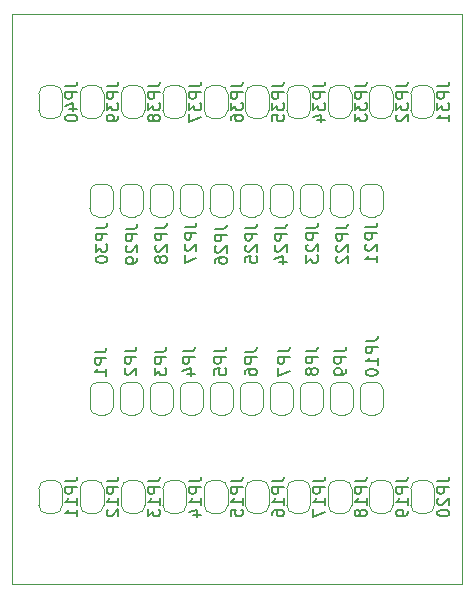
<source format=gbr>
G04 #@! TF.GenerationSoftware,KiCad,Pcbnew,6.0.11-2627ca5db0~126~ubuntu20.04.1*
G04 #@! TF.CreationDate,2023-03-16T14:55:18-05:00*
G04 #@! TF.ProjectId,C12,4331322e-6b69-4636-9164-5f7063625858,rev?*
G04 #@! TF.SameCoordinates,Original*
G04 #@! TF.FileFunction,Legend,Bot*
G04 #@! TF.FilePolarity,Positive*
%FSLAX46Y46*%
G04 Gerber Fmt 4.6, Leading zero omitted, Abs format (unit mm)*
G04 Created by KiCad (PCBNEW 6.0.11-2627ca5db0~126~ubuntu20.04.1) date 2023-03-16 14:55:18*
%MOMM*%
%LPD*%
G01*
G04 APERTURE LIST*
G04 #@! TA.AperFunction,Profile*
%ADD10C,0.050000*%
G04 #@! TD*
%ADD11C,0.150000*%
%ADD12C,0.120000*%
G04 APERTURE END LIST*
D10*
X58100000Y-20000000D02*
X58100000Y-68260000D01*
X20000000Y-68260000D02*
X58100000Y-68260000D01*
X20000000Y-20000000D02*
X58100000Y-20000000D01*
X20000000Y-20000000D02*
X20000000Y-68260000D01*
D11*
X24552380Y-26100476D02*
X25266666Y-26100476D01*
X25409523Y-26052857D01*
X25504761Y-25957619D01*
X25552380Y-25814761D01*
X25552380Y-25719523D01*
X25552380Y-26576666D02*
X24552380Y-26576666D01*
X24552380Y-26957619D01*
X24600000Y-27052857D01*
X24647619Y-27100476D01*
X24742857Y-27148095D01*
X24885714Y-27148095D01*
X24980952Y-27100476D01*
X25028571Y-27052857D01*
X25076190Y-26957619D01*
X25076190Y-26576666D01*
X24885714Y-28005238D02*
X25552380Y-28005238D01*
X24504761Y-27767142D02*
X25219047Y-27529047D01*
X25219047Y-28148095D01*
X24552380Y-28719523D02*
X24552380Y-28814761D01*
X24600000Y-28910000D01*
X24647619Y-28957619D01*
X24742857Y-29005238D01*
X24933333Y-29052857D01*
X25171428Y-29052857D01*
X25361904Y-29005238D01*
X25457142Y-28957619D01*
X25504761Y-28910000D01*
X25552380Y-28814761D01*
X25552380Y-28719523D01*
X25504761Y-28624285D01*
X25457142Y-28576666D01*
X25361904Y-28529047D01*
X25171428Y-28481428D01*
X24933333Y-28481428D01*
X24742857Y-28529047D01*
X24647619Y-28576666D01*
X24600000Y-28624285D01*
X24552380Y-28719523D01*
X28052380Y-26100476D02*
X28766666Y-26100476D01*
X28909523Y-26052857D01*
X29004761Y-25957619D01*
X29052380Y-25814761D01*
X29052380Y-25719523D01*
X29052380Y-26576666D02*
X28052380Y-26576666D01*
X28052380Y-26957619D01*
X28100000Y-27052857D01*
X28147619Y-27100476D01*
X28242857Y-27148095D01*
X28385714Y-27148095D01*
X28480952Y-27100476D01*
X28528571Y-27052857D01*
X28576190Y-26957619D01*
X28576190Y-26576666D01*
X28052380Y-27481428D02*
X28052380Y-28100476D01*
X28433333Y-27767142D01*
X28433333Y-27910000D01*
X28480952Y-28005238D01*
X28528571Y-28052857D01*
X28623809Y-28100476D01*
X28861904Y-28100476D01*
X28957142Y-28052857D01*
X29004761Y-28005238D01*
X29052380Y-27910000D01*
X29052380Y-27624285D01*
X29004761Y-27529047D01*
X28957142Y-27481428D01*
X29052380Y-28576666D02*
X29052380Y-28767142D01*
X29004761Y-28862380D01*
X28957142Y-28910000D01*
X28814285Y-29005238D01*
X28623809Y-29052857D01*
X28242857Y-29052857D01*
X28147619Y-29005238D01*
X28100000Y-28957619D01*
X28052380Y-28862380D01*
X28052380Y-28671904D01*
X28100000Y-28576666D01*
X28147619Y-28529047D01*
X28242857Y-28481428D01*
X28480952Y-28481428D01*
X28576190Y-28529047D01*
X28623809Y-28576666D01*
X28671428Y-28671904D01*
X28671428Y-28862380D01*
X28623809Y-28957619D01*
X28576190Y-29005238D01*
X28480952Y-29052857D01*
X31552380Y-26100476D02*
X32266666Y-26100476D01*
X32409523Y-26052857D01*
X32504761Y-25957619D01*
X32552380Y-25814761D01*
X32552380Y-25719523D01*
X32552380Y-26576666D02*
X31552380Y-26576666D01*
X31552380Y-26957619D01*
X31600000Y-27052857D01*
X31647619Y-27100476D01*
X31742857Y-27148095D01*
X31885714Y-27148095D01*
X31980952Y-27100476D01*
X32028571Y-27052857D01*
X32076190Y-26957619D01*
X32076190Y-26576666D01*
X31552380Y-27481428D02*
X31552380Y-28100476D01*
X31933333Y-27767142D01*
X31933333Y-27910000D01*
X31980952Y-28005238D01*
X32028571Y-28052857D01*
X32123809Y-28100476D01*
X32361904Y-28100476D01*
X32457142Y-28052857D01*
X32504761Y-28005238D01*
X32552380Y-27910000D01*
X32552380Y-27624285D01*
X32504761Y-27529047D01*
X32457142Y-27481428D01*
X31980952Y-28671904D02*
X31933333Y-28576666D01*
X31885714Y-28529047D01*
X31790476Y-28481428D01*
X31742857Y-28481428D01*
X31647619Y-28529047D01*
X31600000Y-28576666D01*
X31552380Y-28671904D01*
X31552380Y-28862380D01*
X31600000Y-28957619D01*
X31647619Y-29005238D01*
X31742857Y-29052857D01*
X31790476Y-29052857D01*
X31885714Y-29005238D01*
X31933333Y-28957619D01*
X31980952Y-28862380D01*
X31980952Y-28671904D01*
X32028571Y-28576666D01*
X32076190Y-28529047D01*
X32171428Y-28481428D01*
X32361904Y-28481428D01*
X32457142Y-28529047D01*
X32504761Y-28576666D01*
X32552380Y-28671904D01*
X32552380Y-28862380D01*
X32504761Y-28957619D01*
X32457142Y-29005238D01*
X32361904Y-29052857D01*
X32171428Y-29052857D01*
X32076190Y-29005238D01*
X32028571Y-28957619D01*
X31980952Y-28862380D01*
X35052380Y-26100476D02*
X35766666Y-26100476D01*
X35909523Y-26052857D01*
X36004761Y-25957619D01*
X36052380Y-25814761D01*
X36052380Y-25719523D01*
X36052380Y-26576666D02*
X35052380Y-26576666D01*
X35052380Y-26957619D01*
X35100000Y-27052857D01*
X35147619Y-27100476D01*
X35242857Y-27148095D01*
X35385714Y-27148095D01*
X35480952Y-27100476D01*
X35528571Y-27052857D01*
X35576190Y-26957619D01*
X35576190Y-26576666D01*
X35052380Y-27481428D02*
X35052380Y-28100476D01*
X35433333Y-27767142D01*
X35433333Y-27910000D01*
X35480952Y-28005238D01*
X35528571Y-28052857D01*
X35623809Y-28100476D01*
X35861904Y-28100476D01*
X35957142Y-28052857D01*
X36004761Y-28005238D01*
X36052380Y-27910000D01*
X36052380Y-27624285D01*
X36004761Y-27529047D01*
X35957142Y-27481428D01*
X35052380Y-28433809D02*
X35052380Y-29100476D01*
X36052380Y-28671904D01*
X38552380Y-26100476D02*
X39266666Y-26100476D01*
X39409523Y-26052857D01*
X39504761Y-25957619D01*
X39552380Y-25814761D01*
X39552380Y-25719523D01*
X39552380Y-26576666D02*
X38552380Y-26576666D01*
X38552380Y-26957619D01*
X38600000Y-27052857D01*
X38647619Y-27100476D01*
X38742857Y-27148095D01*
X38885714Y-27148095D01*
X38980952Y-27100476D01*
X39028571Y-27052857D01*
X39076190Y-26957619D01*
X39076190Y-26576666D01*
X38552380Y-27481428D02*
X38552380Y-28100476D01*
X38933333Y-27767142D01*
X38933333Y-27910000D01*
X38980952Y-28005238D01*
X39028571Y-28052857D01*
X39123809Y-28100476D01*
X39361904Y-28100476D01*
X39457142Y-28052857D01*
X39504761Y-28005238D01*
X39552380Y-27910000D01*
X39552380Y-27624285D01*
X39504761Y-27529047D01*
X39457142Y-27481428D01*
X38552380Y-28957619D02*
X38552380Y-28767142D01*
X38600000Y-28671904D01*
X38647619Y-28624285D01*
X38790476Y-28529047D01*
X38980952Y-28481428D01*
X39361904Y-28481428D01*
X39457142Y-28529047D01*
X39504761Y-28576666D01*
X39552380Y-28671904D01*
X39552380Y-28862380D01*
X39504761Y-28957619D01*
X39457142Y-29005238D01*
X39361904Y-29052857D01*
X39123809Y-29052857D01*
X39028571Y-29005238D01*
X38980952Y-28957619D01*
X38933333Y-28862380D01*
X38933333Y-28671904D01*
X38980952Y-28576666D01*
X39028571Y-28529047D01*
X39123809Y-28481428D01*
X42052380Y-26100476D02*
X42766666Y-26100476D01*
X42909523Y-26052857D01*
X43004761Y-25957619D01*
X43052380Y-25814761D01*
X43052380Y-25719523D01*
X43052380Y-26576666D02*
X42052380Y-26576666D01*
X42052380Y-26957619D01*
X42100000Y-27052857D01*
X42147619Y-27100476D01*
X42242857Y-27148095D01*
X42385714Y-27148095D01*
X42480952Y-27100476D01*
X42528571Y-27052857D01*
X42576190Y-26957619D01*
X42576190Y-26576666D01*
X42052380Y-27481428D02*
X42052380Y-28100476D01*
X42433333Y-27767142D01*
X42433333Y-27910000D01*
X42480952Y-28005238D01*
X42528571Y-28052857D01*
X42623809Y-28100476D01*
X42861904Y-28100476D01*
X42957142Y-28052857D01*
X43004761Y-28005238D01*
X43052380Y-27910000D01*
X43052380Y-27624285D01*
X43004761Y-27529047D01*
X42957142Y-27481428D01*
X42052380Y-29005238D02*
X42052380Y-28529047D01*
X42528571Y-28481428D01*
X42480952Y-28529047D01*
X42433333Y-28624285D01*
X42433333Y-28862380D01*
X42480952Y-28957619D01*
X42528571Y-29005238D01*
X42623809Y-29052857D01*
X42861904Y-29052857D01*
X42957142Y-29005238D01*
X43004761Y-28957619D01*
X43052380Y-28862380D01*
X43052380Y-28624285D01*
X43004761Y-28529047D01*
X42957142Y-28481428D01*
X45552380Y-26100476D02*
X46266666Y-26100476D01*
X46409523Y-26052857D01*
X46504761Y-25957619D01*
X46552380Y-25814761D01*
X46552380Y-25719523D01*
X46552380Y-26576666D02*
X45552380Y-26576666D01*
X45552380Y-26957619D01*
X45600000Y-27052857D01*
X45647619Y-27100476D01*
X45742857Y-27148095D01*
X45885714Y-27148095D01*
X45980952Y-27100476D01*
X46028571Y-27052857D01*
X46076190Y-26957619D01*
X46076190Y-26576666D01*
X45552380Y-27481428D02*
X45552380Y-28100476D01*
X45933333Y-27767142D01*
X45933333Y-27910000D01*
X45980952Y-28005238D01*
X46028571Y-28052857D01*
X46123809Y-28100476D01*
X46361904Y-28100476D01*
X46457142Y-28052857D01*
X46504761Y-28005238D01*
X46552380Y-27910000D01*
X46552380Y-27624285D01*
X46504761Y-27529047D01*
X46457142Y-27481428D01*
X45885714Y-28957619D02*
X46552380Y-28957619D01*
X45504761Y-28719523D02*
X46219047Y-28481428D01*
X46219047Y-29100476D01*
X49052380Y-26100476D02*
X49766666Y-26100476D01*
X49909523Y-26052857D01*
X50004761Y-25957619D01*
X50052380Y-25814761D01*
X50052380Y-25719523D01*
X50052380Y-26576666D02*
X49052380Y-26576666D01*
X49052380Y-26957619D01*
X49100000Y-27052857D01*
X49147619Y-27100476D01*
X49242857Y-27148095D01*
X49385714Y-27148095D01*
X49480952Y-27100476D01*
X49528571Y-27052857D01*
X49576190Y-26957619D01*
X49576190Y-26576666D01*
X49052380Y-27481428D02*
X49052380Y-28100476D01*
X49433333Y-27767142D01*
X49433333Y-27910000D01*
X49480952Y-28005238D01*
X49528571Y-28052857D01*
X49623809Y-28100476D01*
X49861904Y-28100476D01*
X49957142Y-28052857D01*
X50004761Y-28005238D01*
X50052380Y-27910000D01*
X50052380Y-27624285D01*
X50004761Y-27529047D01*
X49957142Y-27481428D01*
X49052380Y-28433809D02*
X49052380Y-29052857D01*
X49433333Y-28719523D01*
X49433333Y-28862380D01*
X49480952Y-28957619D01*
X49528571Y-29005238D01*
X49623809Y-29052857D01*
X49861904Y-29052857D01*
X49957142Y-29005238D01*
X50004761Y-28957619D01*
X50052380Y-28862380D01*
X50052380Y-28576666D01*
X50004761Y-28481428D01*
X49957142Y-28433809D01*
X52552380Y-26100476D02*
X53266666Y-26100476D01*
X53409523Y-26052857D01*
X53504761Y-25957619D01*
X53552380Y-25814761D01*
X53552380Y-25719523D01*
X53552380Y-26576666D02*
X52552380Y-26576666D01*
X52552380Y-26957619D01*
X52600000Y-27052857D01*
X52647619Y-27100476D01*
X52742857Y-27148095D01*
X52885714Y-27148095D01*
X52980952Y-27100476D01*
X53028571Y-27052857D01*
X53076190Y-26957619D01*
X53076190Y-26576666D01*
X52552380Y-27481428D02*
X52552380Y-28100476D01*
X52933333Y-27767142D01*
X52933333Y-27910000D01*
X52980952Y-28005238D01*
X53028571Y-28052857D01*
X53123809Y-28100476D01*
X53361904Y-28100476D01*
X53457142Y-28052857D01*
X53504761Y-28005238D01*
X53552380Y-27910000D01*
X53552380Y-27624285D01*
X53504761Y-27529047D01*
X53457142Y-27481428D01*
X52647619Y-28481428D02*
X52600000Y-28529047D01*
X52552380Y-28624285D01*
X52552380Y-28862380D01*
X52600000Y-28957619D01*
X52647619Y-29005238D01*
X52742857Y-29052857D01*
X52838095Y-29052857D01*
X52980952Y-29005238D01*
X53552380Y-28433809D01*
X53552380Y-29052857D01*
X56052380Y-26100476D02*
X56766666Y-26100476D01*
X56909523Y-26052857D01*
X57004761Y-25957619D01*
X57052380Y-25814761D01*
X57052380Y-25719523D01*
X57052380Y-26576666D02*
X56052380Y-26576666D01*
X56052380Y-26957619D01*
X56100000Y-27052857D01*
X56147619Y-27100476D01*
X56242857Y-27148095D01*
X56385714Y-27148095D01*
X56480952Y-27100476D01*
X56528571Y-27052857D01*
X56576190Y-26957619D01*
X56576190Y-26576666D01*
X56052380Y-27481428D02*
X56052380Y-28100476D01*
X56433333Y-27767142D01*
X56433333Y-27910000D01*
X56480952Y-28005238D01*
X56528571Y-28052857D01*
X56623809Y-28100476D01*
X56861904Y-28100476D01*
X56957142Y-28052857D01*
X57004761Y-28005238D01*
X57052380Y-27910000D01*
X57052380Y-27624285D01*
X57004761Y-27529047D01*
X56957142Y-27481428D01*
X57052380Y-29052857D02*
X57052380Y-28481428D01*
X57052380Y-28767142D02*
X56052380Y-28767142D01*
X56195238Y-28671904D01*
X56290476Y-28576666D01*
X56338095Y-28481428D01*
X27118060Y-38080836D02*
X27832346Y-38080836D01*
X27975203Y-38033217D01*
X28070441Y-37937979D01*
X28118060Y-37795121D01*
X28118060Y-37699883D01*
X28118060Y-38557026D02*
X27118060Y-38557026D01*
X27118060Y-38937979D01*
X27165680Y-39033217D01*
X27213299Y-39080836D01*
X27308537Y-39128455D01*
X27451394Y-39128455D01*
X27546632Y-39080836D01*
X27594251Y-39033217D01*
X27641870Y-38937979D01*
X27641870Y-38557026D01*
X27118060Y-39461788D02*
X27118060Y-40080836D01*
X27499013Y-39747502D01*
X27499013Y-39890360D01*
X27546632Y-39985598D01*
X27594251Y-40033217D01*
X27689489Y-40080836D01*
X27927584Y-40080836D01*
X28022822Y-40033217D01*
X28070441Y-39985598D01*
X28118060Y-39890360D01*
X28118060Y-39604645D01*
X28070441Y-39509407D01*
X28022822Y-39461788D01*
X27118060Y-40699883D02*
X27118060Y-40795121D01*
X27165680Y-40890360D01*
X27213299Y-40937979D01*
X27308537Y-40985598D01*
X27499013Y-41033217D01*
X27737108Y-41033217D01*
X27927584Y-40985598D01*
X28022822Y-40937979D01*
X28070441Y-40890360D01*
X28118060Y-40795121D01*
X28118060Y-40699883D01*
X28070441Y-40604645D01*
X28022822Y-40557026D01*
X27927584Y-40509407D01*
X27737108Y-40461788D01*
X27499013Y-40461788D01*
X27308537Y-40509407D01*
X27213299Y-40557026D01*
X27165680Y-40604645D01*
X27118060Y-40699883D01*
X29658060Y-38151956D02*
X30372346Y-38151956D01*
X30515203Y-38104337D01*
X30610441Y-38009099D01*
X30658060Y-37866241D01*
X30658060Y-37771003D01*
X30658060Y-38628146D02*
X29658060Y-38628146D01*
X29658060Y-39009099D01*
X29705680Y-39104337D01*
X29753299Y-39151956D01*
X29848537Y-39199575D01*
X29991394Y-39199575D01*
X30086632Y-39151956D01*
X30134251Y-39104337D01*
X30181870Y-39009099D01*
X30181870Y-38628146D01*
X29753299Y-39580527D02*
X29705680Y-39628146D01*
X29658060Y-39723384D01*
X29658060Y-39961480D01*
X29705680Y-40056718D01*
X29753299Y-40104337D01*
X29848537Y-40151956D01*
X29943775Y-40151956D01*
X30086632Y-40104337D01*
X30658060Y-39532908D01*
X30658060Y-40151956D01*
X30658060Y-40628146D02*
X30658060Y-40818622D01*
X30610441Y-40913860D01*
X30562822Y-40961480D01*
X30419965Y-41056718D01*
X30229489Y-41104337D01*
X29848537Y-41104337D01*
X29753299Y-41056718D01*
X29705680Y-41009099D01*
X29658060Y-40913860D01*
X29658060Y-40723384D01*
X29705680Y-40628146D01*
X29753299Y-40580527D01*
X29848537Y-40532908D01*
X30086632Y-40532908D01*
X30181870Y-40580527D01*
X30229489Y-40628146D01*
X30277108Y-40723384D01*
X30277108Y-40913860D01*
X30229489Y-41009099D01*
X30181870Y-41056718D01*
X30086632Y-41104337D01*
X32157420Y-38080836D02*
X32871706Y-38080836D01*
X33014563Y-38033217D01*
X33109801Y-37937979D01*
X33157420Y-37795121D01*
X33157420Y-37699883D01*
X33157420Y-38557026D02*
X32157420Y-38557026D01*
X32157420Y-38937979D01*
X32205040Y-39033217D01*
X32252659Y-39080836D01*
X32347897Y-39128455D01*
X32490754Y-39128455D01*
X32585992Y-39080836D01*
X32633611Y-39033217D01*
X32681230Y-38937979D01*
X32681230Y-38557026D01*
X32252659Y-39509407D02*
X32205040Y-39557026D01*
X32157420Y-39652264D01*
X32157420Y-39890360D01*
X32205040Y-39985598D01*
X32252659Y-40033217D01*
X32347897Y-40080836D01*
X32443135Y-40080836D01*
X32585992Y-40033217D01*
X33157420Y-39461788D01*
X33157420Y-40080836D01*
X32585992Y-40652264D02*
X32538373Y-40557026D01*
X32490754Y-40509407D01*
X32395516Y-40461788D01*
X32347897Y-40461788D01*
X32252659Y-40509407D01*
X32205040Y-40557026D01*
X32157420Y-40652264D01*
X32157420Y-40842740D01*
X32205040Y-40937979D01*
X32252659Y-40985598D01*
X32347897Y-41033217D01*
X32395516Y-41033217D01*
X32490754Y-40985598D01*
X32538373Y-40937979D01*
X32585992Y-40842740D01*
X32585992Y-40652264D01*
X32633611Y-40557026D01*
X32681230Y-40509407D01*
X32776468Y-40461788D01*
X32966944Y-40461788D01*
X33062182Y-40509407D01*
X33109801Y-40557026D01*
X33157420Y-40652264D01*
X33157420Y-40842740D01*
X33109801Y-40937979D01*
X33062182Y-40985598D01*
X32966944Y-41033217D01*
X32776468Y-41033217D01*
X32681230Y-40985598D01*
X32633611Y-40937979D01*
X32585992Y-40842740D01*
X34656780Y-38014796D02*
X35371066Y-38014796D01*
X35513923Y-37967177D01*
X35609161Y-37871939D01*
X35656780Y-37729081D01*
X35656780Y-37633843D01*
X35656780Y-38490986D02*
X34656780Y-38490986D01*
X34656780Y-38871939D01*
X34704400Y-38967177D01*
X34752019Y-39014796D01*
X34847257Y-39062415D01*
X34990114Y-39062415D01*
X35085352Y-39014796D01*
X35132971Y-38967177D01*
X35180590Y-38871939D01*
X35180590Y-38490986D01*
X34752019Y-39443367D02*
X34704400Y-39490986D01*
X34656780Y-39586224D01*
X34656780Y-39824320D01*
X34704400Y-39919558D01*
X34752019Y-39967177D01*
X34847257Y-40014796D01*
X34942495Y-40014796D01*
X35085352Y-39967177D01*
X35656780Y-39395748D01*
X35656780Y-40014796D01*
X34656780Y-40348129D02*
X34656780Y-41014796D01*
X35656780Y-40586224D01*
X37217100Y-38167196D02*
X37931386Y-38167196D01*
X38074243Y-38119577D01*
X38169481Y-38024339D01*
X38217100Y-37881481D01*
X38217100Y-37786243D01*
X38217100Y-38643386D02*
X37217100Y-38643386D01*
X37217100Y-39024339D01*
X37264720Y-39119577D01*
X37312339Y-39167196D01*
X37407577Y-39214815D01*
X37550434Y-39214815D01*
X37645672Y-39167196D01*
X37693291Y-39119577D01*
X37740910Y-39024339D01*
X37740910Y-38643386D01*
X37312339Y-39595767D02*
X37264720Y-39643386D01*
X37217100Y-39738624D01*
X37217100Y-39976720D01*
X37264720Y-40071958D01*
X37312339Y-40119577D01*
X37407577Y-40167196D01*
X37502815Y-40167196D01*
X37645672Y-40119577D01*
X38217100Y-39548148D01*
X38217100Y-40167196D01*
X37217100Y-41024339D02*
X37217100Y-40833862D01*
X37264720Y-40738624D01*
X37312339Y-40691005D01*
X37455196Y-40595767D01*
X37645672Y-40548148D01*
X38026624Y-40548148D01*
X38121862Y-40595767D01*
X38169481Y-40643386D01*
X38217100Y-40738624D01*
X38217100Y-40929100D01*
X38169481Y-41024339D01*
X38121862Y-41071958D01*
X38026624Y-41119577D01*
X37788529Y-41119577D01*
X37693291Y-41071958D01*
X37645672Y-41024339D01*
X37598053Y-40929100D01*
X37598053Y-40738624D01*
X37645672Y-40643386D01*
X37693291Y-40595767D01*
X37788529Y-40548148D01*
X39792660Y-38096076D02*
X40506946Y-38096076D01*
X40649803Y-38048457D01*
X40745041Y-37953219D01*
X40792660Y-37810361D01*
X40792660Y-37715123D01*
X40792660Y-38572266D02*
X39792660Y-38572266D01*
X39792660Y-38953219D01*
X39840280Y-39048457D01*
X39887899Y-39096076D01*
X39983137Y-39143695D01*
X40125994Y-39143695D01*
X40221232Y-39096076D01*
X40268851Y-39048457D01*
X40316470Y-38953219D01*
X40316470Y-38572266D01*
X39887899Y-39524647D02*
X39840280Y-39572266D01*
X39792660Y-39667504D01*
X39792660Y-39905600D01*
X39840280Y-40000838D01*
X39887899Y-40048457D01*
X39983137Y-40096076D01*
X40078375Y-40096076D01*
X40221232Y-40048457D01*
X40792660Y-39477028D01*
X40792660Y-40096076D01*
X39792660Y-41000838D02*
X39792660Y-40524647D01*
X40268851Y-40477028D01*
X40221232Y-40524647D01*
X40173613Y-40619885D01*
X40173613Y-40857980D01*
X40221232Y-40953219D01*
X40268851Y-41000838D01*
X40364089Y-41048457D01*
X40602184Y-41048457D01*
X40697422Y-41000838D01*
X40745041Y-40953219D01*
X40792660Y-40857980D01*
X40792660Y-40619885D01*
X40745041Y-40524647D01*
X40697422Y-40477028D01*
X42292020Y-38096076D02*
X43006306Y-38096076D01*
X43149163Y-38048457D01*
X43244401Y-37953219D01*
X43292020Y-37810361D01*
X43292020Y-37715123D01*
X43292020Y-38572266D02*
X42292020Y-38572266D01*
X42292020Y-38953219D01*
X42339640Y-39048457D01*
X42387259Y-39096076D01*
X42482497Y-39143695D01*
X42625354Y-39143695D01*
X42720592Y-39096076D01*
X42768211Y-39048457D01*
X42815830Y-38953219D01*
X42815830Y-38572266D01*
X42387259Y-39524647D02*
X42339640Y-39572266D01*
X42292020Y-39667504D01*
X42292020Y-39905600D01*
X42339640Y-40000838D01*
X42387259Y-40048457D01*
X42482497Y-40096076D01*
X42577735Y-40096076D01*
X42720592Y-40048457D01*
X43292020Y-39477028D01*
X43292020Y-40096076D01*
X42625354Y-40953219D02*
X43292020Y-40953219D01*
X42244401Y-40715123D02*
X42958687Y-40477028D01*
X42958687Y-41096076D01*
X44969180Y-38060516D02*
X45683466Y-38060516D01*
X45826323Y-38012897D01*
X45921561Y-37917659D01*
X45969180Y-37774801D01*
X45969180Y-37679563D01*
X45969180Y-38536706D02*
X44969180Y-38536706D01*
X44969180Y-38917659D01*
X45016800Y-39012897D01*
X45064419Y-39060516D01*
X45159657Y-39108135D01*
X45302514Y-39108135D01*
X45397752Y-39060516D01*
X45445371Y-39012897D01*
X45492990Y-38917659D01*
X45492990Y-38536706D01*
X45064419Y-39489087D02*
X45016800Y-39536706D01*
X44969180Y-39631944D01*
X44969180Y-39870040D01*
X45016800Y-39965278D01*
X45064419Y-40012897D01*
X45159657Y-40060516D01*
X45254895Y-40060516D01*
X45397752Y-40012897D01*
X45969180Y-39441468D01*
X45969180Y-40060516D01*
X44969180Y-40393849D02*
X44969180Y-41012897D01*
X45350133Y-40679563D01*
X45350133Y-40822420D01*
X45397752Y-40917659D01*
X45445371Y-40965278D01*
X45540609Y-41012897D01*
X45778704Y-41012897D01*
X45873942Y-40965278D01*
X45921561Y-40917659D01*
X45969180Y-40822420D01*
X45969180Y-40536706D01*
X45921561Y-40441468D01*
X45873942Y-40393849D01*
X47473620Y-38096076D02*
X48187906Y-38096076D01*
X48330763Y-38048457D01*
X48426001Y-37953219D01*
X48473620Y-37810361D01*
X48473620Y-37715123D01*
X48473620Y-38572266D02*
X47473620Y-38572266D01*
X47473620Y-38953219D01*
X47521240Y-39048457D01*
X47568859Y-39096076D01*
X47664097Y-39143695D01*
X47806954Y-39143695D01*
X47902192Y-39096076D01*
X47949811Y-39048457D01*
X47997430Y-38953219D01*
X47997430Y-38572266D01*
X47568859Y-39524647D02*
X47521240Y-39572266D01*
X47473620Y-39667504D01*
X47473620Y-39905600D01*
X47521240Y-40000838D01*
X47568859Y-40048457D01*
X47664097Y-40096076D01*
X47759335Y-40096076D01*
X47902192Y-40048457D01*
X48473620Y-39477028D01*
X48473620Y-40096076D01*
X47568859Y-40477028D02*
X47521240Y-40524647D01*
X47473620Y-40619885D01*
X47473620Y-40857980D01*
X47521240Y-40953219D01*
X47568859Y-41000838D01*
X47664097Y-41048457D01*
X47759335Y-41048457D01*
X47902192Y-41000838D01*
X48473620Y-40429409D01*
X48473620Y-41048457D01*
X49962820Y-38030036D02*
X50677106Y-38030036D01*
X50819963Y-37982417D01*
X50915201Y-37887179D01*
X50962820Y-37744321D01*
X50962820Y-37649083D01*
X50962820Y-38506226D02*
X49962820Y-38506226D01*
X49962820Y-38887179D01*
X50010440Y-38982417D01*
X50058059Y-39030036D01*
X50153297Y-39077655D01*
X50296154Y-39077655D01*
X50391392Y-39030036D01*
X50439011Y-38982417D01*
X50486630Y-38887179D01*
X50486630Y-38506226D01*
X50058059Y-39458607D02*
X50010440Y-39506226D01*
X49962820Y-39601464D01*
X49962820Y-39839560D01*
X50010440Y-39934798D01*
X50058059Y-39982417D01*
X50153297Y-40030036D01*
X50248535Y-40030036D01*
X50391392Y-39982417D01*
X50962820Y-39410988D01*
X50962820Y-40030036D01*
X50962820Y-40982417D02*
X50962820Y-40410988D01*
X50962820Y-40696702D02*
X49962820Y-40696702D01*
X50105678Y-40601464D01*
X50200916Y-40506226D01*
X50248535Y-40410988D01*
X56052380Y-59540476D02*
X56766666Y-59540476D01*
X56909523Y-59492857D01*
X57004761Y-59397619D01*
X57052380Y-59254761D01*
X57052380Y-59159523D01*
X57052380Y-60016666D02*
X56052380Y-60016666D01*
X56052380Y-60397619D01*
X56100000Y-60492857D01*
X56147619Y-60540476D01*
X56242857Y-60588095D01*
X56385714Y-60588095D01*
X56480952Y-60540476D01*
X56528571Y-60492857D01*
X56576190Y-60397619D01*
X56576190Y-60016666D01*
X56147619Y-60969047D02*
X56100000Y-61016666D01*
X56052380Y-61111904D01*
X56052380Y-61350000D01*
X56100000Y-61445238D01*
X56147619Y-61492857D01*
X56242857Y-61540476D01*
X56338095Y-61540476D01*
X56480952Y-61492857D01*
X57052380Y-60921428D01*
X57052380Y-61540476D01*
X56052380Y-62159523D02*
X56052380Y-62254761D01*
X56100000Y-62350000D01*
X56147619Y-62397619D01*
X56242857Y-62445238D01*
X56433333Y-62492857D01*
X56671428Y-62492857D01*
X56861904Y-62445238D01*
X56957142Y-62397619D01*
X57004761Y-62350000D01*
X57052380Y-62254761D01*
X57052380Y-62159523D01*
X57004761Y-62064285D01*
X56957142Y-62016666D01*
X56861904Y-61969047D01*
X56671428Y-61921428D01*
X56433333Y-61921428D01*
X56242857Y-61969047D01*
X56147619Y-62016666D01*
X56100000Y-62064285D01*
X56052380Y-62159523D01*
X52552380Y-59540476D02*
X53266666Y-59540476D01*
X53409523Y-59492857D01*
X53504761Y-59397619D01*
X53552380Y-59254761D01*
X53552380Y-59159523D01*
X53552380Y-60016666D02*
X52552380Y-60016666D01*
X52552380Y-60397619D01*
X52600000Y-60492857D01*
X52647619Y-60540476D01*
X52742857Y-60588095D01*
X52885714Y-60588095D01*
X52980952Y-60540476D01*
X53028571Y-60492857D01*
X53076190Y-60397619D01*
X53076190Y-60016666D01*
X53552380Y-61540476D02*
X53552380Y-60969047D01*
X53552380Y-61254761D02*
X52552380Y-61254761D01*
X52695238Y-61159523D01*
X52790476Y-61064285D01*
X52838095Y-60969047D01*
X53552380Y-62016666D02*
X53552380Y-62207142D01*
X53504761Y-62302380D01*
X53457142Y-62350000D01*
X53314285Y-62445238D01*
X53123809Y-62492857D01*
X52742857Y-62492857D01*
X52647619Y-62445238D01*
X52600000Y-62397619D01*
X52552380Y-62302380D01*
X52552380Y-62111904D01*
X52600000Y-62016666D01*
X52647619Y-61969047D01*
X52742857Y-61921428D01*
X52980952Y-61921428D01*
X53076190Y-61969047D01*
X53123809Y-62016666D01*
X53171428Y-62111904D01*
X53171428Y-62302380D01*
X53123809Y-62397619D01*
X53076190Y-62445238D01*
X52980952Y-62492857D01*
X49052380Y-59540476D02*
X49766666Y-59540476D01*
X49909523Y-59492857D01*
X50004761Y-59397619D01*
X50052380Y-59254761D01*
X50052380Y-59159523D01*
X50052380Y-60016666D02*
X49052380Y-60016666D01*
X49052380Y-60397619D01*
X49100000Y-60492857D01*
X49147619Y-60540476D01*
X49242857Y-60588095D01*
X49385714Y-60588095D01*
X49480952Y-60540476D01*
X49528571Y-60492857D01*
X49576190Y-60397619D01*
X49576190Y-60016666D01*
X50052380Y-61540476D02*
X50052380Y-60969047D01*
X50052380Y-61254761D02*
X49052380Y-61254761D01*
X49195238Y-61159523D01*
X49290476Y-61064285D01*
X49338095Y-60969047D01*
X49480952Y-62111904D02*
X49433333Y-62016666D01*
X49385714Y-61969047D01*
X49290476Y-61921428D01*
X49242857Y-61921428D01*
X49147619Y-61969047D01*
X49100000Y-62016666D01*
X49052380Y-62111904D01*
X49052380Y-62302380D01*
X49100000Y-62397619D01*
X49147619Y-62445238D01*
X49242857Y-62492857D01*
X49290476Y-62492857D01*
X49385714Y-62445238D01*
X49433333Y-62397619D01*
X49480952Y-62302380D01*
X49480952Y-62111904D01*
X49528571Y-62016666D01*
X49576190Y-61969047D01*
X49671428Y-61921428D01*
X49861904Y-61921428D01*
X49957142Y-61969047D01*
X50004761Y-62016666D01*
X50052380Y-62111904D01*
X50052380Y-62302380D01*
X50004761Y-62397619D01*
X49957142Y-62445238D01*
X49861904Y-62492857D01*
X49671428Y-62492857D01*
X49576190Y-62445238D01*
X49528571Y-62397619D01*
X49480952Y-62302380D01*
X45552380Y-59540476D02*
X46266666Y-59540476D01*
X46409523Y-59492857D01*
X46504761Y-59397619D01*
X46552380Y-59254761D01*
X46552380Y-59159523D01*
X46552380Y-60016666D02*
X45552380Y-60016666D01*
X45552380Y-60397619D01*
X45600000Y-60492857D01*
X45647619Y-60540476D01*
X45742857Y-60588095D01*
X45885714Y-60588095D01*
X45980952Y-60540476D01*
X46028571Y-60492857D01*
X46076190Y-60397619D01*
X46076190Y-60016666D01*
X46552380Y-61540476D02*
X46552380Y-60969047D01*
X46552380Y-61254761D02*
X45552380Y-61254761D01*
X45695238Y-61159523D01*
X45790476Y-61064285D01*
X45838095Y-60969047D01*
X45552380Y-61873809D02*
X45552380Y-62540476D01*
X46552380Y-62111904D01*
X42052380Y-59540476D02*
X42766666Y-59540476D01*
X42909523Y-59492857D01*
X43004761Y-59397619D01*
X43052380Y-59254761D01*
X43052380Y-59159523D01*
X43052380Y-60016666D02*
X42052380Y-60016666D01*
X42052380Y-60397619D01*
X42100000Y-60492857D01*
X42147619Y-60540476D01*
X42242857Y-60588095D01*
X42385714Y-60588095D01*
X42480952Y-60540476D01*
X42528571Y-60492857D01*
X42576190Y-60397619D01*
X42576190Y-60016666D01*
X43052380Y-61540476D02*
X43052380Y-60969047D01*
X43052380Y-61254761D02*
X42052380Y-61254761D01*
X42195238Y-61159523D01*
X42290476Y-61064285D01*
X42338095Y-60969047D01*
X42052380Y-62397619D02*
X42052380Y-62207142D01*
X42100000Y-62111904D01*
X42147619Y-62064285D01*
X42290476Y-61969047D01*
X42480952Y-61921428D01*
X42861904Y-61921428D01*
X42957142Y-61969047D01*
X43004761Y-62016666D01*
X43052380Y-62111904D01*
X43052380Y-62302380D01*
X43004761Y-62397619D01*
X42957142Y-62445238D01*
X42861904Y-62492857D01*
X42623809Y-62492857D01*
X42528571Y-62445238D01*
X42480952Y-62397619D01*
X42433333Y-62302380D01*
X42433333Y-62111904D01*
X42480952Y-62016666D01*
X42528571Y-61969047D01*
X42623809Y-61921428D01*
X38552380Y-59540476D02*
X39266666Y-59540476D01*
X39409523Y-59492857D01*
X39504761Y-59397619D01*
X39552380Y-59254761D01*
X39552380Y-59159523D01*
X39552380Y-60016666D02*
X38552380Y-60016666D01*
X38552380Y-60397619D01*
X38600000Y-60492857D01*
X38647619Y-60540476D01*
X38742857Y-60588095D01*
X38885714Y-60588095D01*
X38980952Y-60540476D01*
X39028571Y-60492857D01*
X39076190Y-60397619D01*
X39076190Y-60016666D01*
X39552380Y-61540476D02*
X39552380Y-60969047D01*
X39552380Y-61254761D02*
X38552380Y-61254761D01*
X38695238Y-61159523D01*
X38790476Y-61064285D01*
X38838095Y-60969047D01*
X38552380Y-62445238D02*
X38552380Y-61969047D01*
X39028571Y-61921428D01*
X38980952Y-61969047D01*
X38933333Y-62064285D01*
X38933333Y-62302380D01*
X38980952Y-62397619D01*
X39028571Y-62445238D01*
X39123809Y-62492857D01*
X39361904Y-62492857D01*
X39457142Y-62445238D01*
X39504761Y-62397619D01*
X39552380Y-62302380D01*
X39552380Y-62064285D01*
X39504761Y-61969047D01*
X39457142Y-61921428D01*
X35052380Y-59540476D02*
X35766666Y-59540476D01*
X35909523Y-59492857D01*
X36004761Y-59397619D01*
X36052380Y-59254761D01*
X36052380Y-59159523D01*
X36052380Y-60016666D02*
X35052380Y-60016666D01*
X35052380Y-60397619D01*
X35100000Y-60492857D01*
X35147619Y-60540476D01*
X35242857Y-60588095D01*
X35385714Y-60588095D01*
X35480952Y-60540476D01*
X35528571Y-60492857D01*
X35576190Y-60397619D01*
X35576190Y-60016666D01*
X36052380Y-61540476D02*
X36052380Y-60969047D01*
X36052380Y-61254761D02*
X35052380Y-61254761D01*
X35195238Y-61159523D01*
X35290476Y-61064285D01*
X35338095Y-60969047D01*
X35385714Y-62397619D02*
X36052380Y-62397619D01*
X35004761Y-62159523D02*
X35719047Y-61921428D01*
X35719047Y-62540476D01*
X31552380Y-59540476D02*
X32266666Y-59540476D01*
X32409523Y-59492857D01*
X32504761Y-59397619D01*
X32552380Y-59254761D01*
X32552380Y-59159523D01*
X32552380Y-60016666D02*
X31552380Y-60016666D01*
X31552380Y-60397619D01*
X31600000Y-60492857D01*
X31647619Y-60540476D01*
X31742857Y-60588095D01*
X31885714Y-60588095D01*
X31980952Y-60540476D01*
X32028571Y-60492857D01*
X32076190Y-60397619D01*
X32076190Y-60016666D01*
X32552380Y-61540476D02*
X32552380Y-60969047D01*
X32552380Y-61254761D02*
X31552380Y-61254761D01*
X31695238Y-61159523D01*
X31790476Y-61064285D01*
X31838095Y-60969047D01*
X31552380Y-61873809D02*
X31552380Y-62492857D01*
X31933333Y-62159523D01*
X31933333Y-62302380D01*
X31980952Y-62397619D01*
X32028571Y-62445238D01*
X32123809Y-62492857D01*
X32361904Y-62492857D01*
X32457142Y-62445238D01*
X32504761Y-62397619D01*
X32552380Y-62302380D01*
X32552380Y-62016666D01*
X32504761Y-61921428D01*
X32457142Y-61873809D01*
X28052380Y-59540476D02*
X28766666Y-59540476D01*
X28909523Y-59492857D01*
X29004761Y-59397619D01*
X29052380Y-59254761D01*
X29052380Y-59159523D01*
X29052380Y-60016666D02*
X28052380Y-60016666D01*
X28052380Y-60397619D01*
X28100000Y-60492857D01*
X28147619Y-60540476D01*
X28242857Y-60588095D01*
X28385714Y-60588095D01*
X28480952Y-60540476D01*
X28528571Y-60492857D01*
X28576190Y-60397619D01*
X28576190Y-60016666D01*
X29052380Y-61540476D02*
X29052380Y-60969047D01*
X29052380Y-61254761D02*
X28052380Y-61254761D01*
X28195238Y-61159523D01*
X28290476Y-61064285D01*
X28338095Y-60969047D01*
X28147619Y-61921428D02*
X28100000Y-61969047D01*
X28052380Y-62064285D01*
X28052380Y-62302380D01*
X28100000Y-62397619D01*
X28147619Y-62445238D01*
X28242857Y-62492857D01*
X28338095Y-62492857D01*
X28480952Y-62445238D01*
X29052380Y-61873809D01*
X29052380Y-62492857D01*
X24552380Y-59540476D02*
X25266666Y-59540476D01*
X25409523Y-59492857D01*
X25504761Y-59397619D01*
X25552380Y-59254761D01*
X25552380Y-59159523D01*
X25552380Y-60016666D02*
X24552380Y-60016666D01*
X24552380Y-60397619D01*
X24600000Y-60492857D01*
X24647619Y-60540476D01*
X24742857Y-60588095D01*
X24885714Y-60588095D01*
X24980952Y-60540476D01*
X25028571Y-60492857D01*
X25076190Y-60397619D01*
X25076190Y-60016666D01*
X25552380Y-61540476D02*
X25552380Y-60969047D01*
X25552380Y-61254761D02*
X24552380Y-61254761D01*
X24695238Y-61159523D01*
X24790476Y-61064285D01*
X24838095Y-60969047D01*
X25552380Y-62492857D02*
X25552380Y-61921428D01*
X25552380Y-62207142D02*
X24552380Y-62207142D01*
X24695238Y-62111904D01*
X24790476Y-62016666D01*
X24838095Y-61921428D01*
X49988220Y-47646396D02*
X50702506Y-47646396D01*
X50845363Y-47598777D01*
X50940601Y-47503539D01*
X50988220Y-47360681D01*
X50988220Y-47265443D01*
X50988220Y-48122586D02*
X49988220Y-48122586D01*
X49988220Y-48503539D01*
X50035840Y-48598777D01*
X50083459Y-48646396D01*
X50178697Y-48694015D01*
X50321554Y-48694015D01*
X50416792Y-48646396D01*
X50464411Y-48598777D01*
X50512030Y-48503539D01*
X50512030Y-48122586D01*
X50988220Y-49646396D02*
X50988220Y-49074967D01*
X50988220Y-49360681D02*
X49988220Y-49360681D01*
X50131078Y-49265443D01*
X50226316Y-49170205D01*
X50273935Y-49074967D01*
X49988220Y-50265443D02*
X49988220Y-50360681D01*
X50035840Y-50455920D01*
X50083459Y-50503539D01*
X50178697Y-50551158D01*
X50369173Y-50598777D01*
X50607268Y-50598777D01*
X50797744Y-50551158D01*
X50892982Y-50503539D01*
X50940601Y-50455920D01*
X50988220Y-50360681D01*
X50988220Y-50265443D01*
X50940601Y-50170205D01*
X50892982Y-50122586D01*
X50797744Y-50074967D01*
X50607268Y-50027348D01*
X50369173Y-50027348D01*
X50178697Y-50074967D01*
X50083459Y-50122586D01*
X50035840Y-50170205D01*
X49988220Y-50265443D01*
X47326300Y-48534066D02*
X48040586Y-48534066D01*
X48183443Y-48486447D01*
X48278681Y-48391209D01*
X48326300Y-48248352D01*
X48326300Y-48153114D01*
X48326300Y-49010257D02*
X47326300Y-49010257D01*
X47326300Y-49391209D01*
X47373920Y-49486447D01*
X47421539Y-49534066D01*
X47516777Y-49581685D01*
X47659634Y-49581685D01*
X47754872Y-49534066D01*
X47802491Y-49486447D01*
X47850110Y-49391209D01*
X47850110Y-49010257D01*
X48326300Y-50057876D02*
X48326300Y-50248352D01*
X48278681Y-50343590D01*
X48231062Y-50391209D01*
X48088205Y-50486447D01*
X47897729Y-50534066D01*
X47516777Y-50534066D01*
X47421539Y-50486447D01*
X47373920Y-50438828D01*
X47326300Y-50343590D01*
X47326300Y-50153114D01*
X47373920Y-50057876D01*
X47421539Y-50010257D01*
X47516777Y-49962638D01*
X47754872Y-49962638D01*
X47850110Y-50010257D01*
X47897729Y-50057876D01*
X47945348Y-50153114D01*
X47945348Y-50343590D01*
X47897729Y-50438828D01*
X47850110Y-50486447D01*
X47754872Y-50534066D01*
X44918380Y-48503586D02*
X45632666Y-48503586D01*
X45775523Y-48455967D01*
X45870761Y-48360729D01*
X45918380Y-48217872D01*
X45918380Y-48122634D01*
X45918380Y-48979777D02*
X44918380Y-48979777D01*
X44918380Y-49360729D01*
X44966000Y-49455967D01*
X45013619Y-49503586D01*
X45108857Y-49551205D01*
X45251714Y-49551205D01*
X45346952Y-49503586D01*
X45394571Y-49455967D01*
X45442190Y-49360729D01*
X45442190Y-48979777D01*
X45346952Y-50122634D02*
X45299333Y-50027396D01*
X45251714Y-49979777D01*
X45156476Y-49932158D01*
X45108857Y-49932158D01*
X45013619Y-49979777D01*
X44966000Y-50027396D01*
X44918380Y-50122634D01*
X44918380Y-50313110D01*
X44966000Y-50408348D01*
X45013619Y-50455967D01*
X45108857Y-50503586D01*
X45156476Y-50503586D01*
X45251714Y-50455967D01*
X45299333Y-50408348D01*
X45346952Y-50313110D01*
X45346952Y-50122634D01*
X45394571Y-50027396D01*
X45442190Y-49979777D01*
X45537428Y-49932158D01*
X45727904Y-49932158D01*
X45823142Y-49979777D01*
X45870761Y-50027396D01*
X45918380Y-50122634D01*
X45918380Y-50313110D01*
X45870761Y-50408348D01*
X45823142Y-50455967D01*
X45727904Y-50503586D01*
X45537428Y-50503586D01*
X45442190Y-50455967D01*
X45394571Y-50408348D01*
X45346952Y-50313110D01*
X42540940Y-48534066D02*
X43255226Y-48534066D01*
X43398083Y-48486447D01*
X43493321Y-48391209D01*
X43540940Y-48248352D01*
X43540940Y-48153114D01*
X43540940Y-49010257D02*
X42540940Y-49010257D01*
X42540940Y-49391209D01*
X42588560Y-49486447D01*
X42636179Y-49534066D01*
X42731417Y-49581685D01*
X42874274Y-49581685D01*
X42969512Y-49534066D01*
X43017131Y-49486447D01*
X43064750Y-49391209D01*
X43064750Y-49010257D01*
X42540940Y-49915019D02*
X42540940Y-50581685D01*
X43540940Y-50153114D01*
X39752020Y-48564546D02*
X40466306Y-48564546D01*
X40609163Y-48516927D01*
X40704401Y-48421689D01*
X40752020Y-48278832D01*
X40752020Y-48183594D01*
X40752020Y-49040737D02*
X39752020Y-49040737D01*
X39752020Y-49421689D01*
X39799640Y-49516927D01*
X39847259Y-49564546D01*
X39942497Y-49612165D01*
X40085354Y-49612165D01*
X40180592Y-49564546D01*
X40228211Y-49516927D01*
X40275830Y-49421689D01*
X40275830Y-49040737D01*
X39752020Y-50469308D02*
X39752020Y-50278832D01*
X39799640Y-50183594D01*
X39847259Y-50135975D01*
X39990116Y-50040737D01*
X40180592Y-49993118D01*
X40561544Y-49993118D01*
X40656782Y-50040737D01*
X40704401Y-50088356D01*
X40752020Y-50183594D01*
X40752020Y-50374070D01*
X40704401Y-50469308D01*
X40656782Y-50516927D01*
X40561544Y-50564546D01*
X40323449Y-50564546D01*
X40228211Y-50516927D01*
X40180592Y-50469308D01*
X40132973Y-50374070D01*
X40132973Y-50183594D01*
X40180592Y-50088356D01*
X40228211Y-50040737D01*
X40323449Y-49993118D01*
X37166300Y-48534066D02*
X37880586Y-48534066D01*
X38023443Y-48486447D01*
X38118681Y-48391209D01*
X38166300Y-48248352D01*
X38166300Y-48153114D01*
X38166300Y-49010257D02*
X37166300Y-49010257D01*
X37166300Y-49391209D01*
X37213920Y-49486447D01*
X37261539Y-49534066D01*
X37356777Y-49581685D01*
X37499634Y-49581685D01*
X37594872Y-49534066D01*
X37642491Y-49486447D01*
X37690110Y-49391209D01*
X37690110Y-49010257D01*
X37166300Y-50486447D02*
X37166300Y-50010257D01*
X37642491Y-49962638D01*
X37594872Y-50010257D01*
X37547253Y-50105495D01*
X37547253Y-50343590D01*
X37594872Y-50438828D01*
X37642491Y-50486447D01*
X37737729Y-50534066D01*
X37975824Y-50534066D01*
X38071062Y-50486447D01*
X38118681Y-50438828D01*
X38166300Y-50343590D01*
X38166300Y-50105495D01*
X38118681Y-50010257D01*
X38071062Y-49962638D01*
X34494220Y-48534066D02*
X35208506Y-48534066D01*
X35351363Y-48486447D01*
X35446601Y-48391209D01*
X35494220Y-48248352D01*
X35494220Y-48153114D01*
X35494220Y-49010257D02*
X34494220Y-49010257D01*
X34494220Y-49391209D01*
X34541840Y-49486447D01*
X34589459Y-49534066D01*
X34684697Y-49581685D01*
X34827554Y-49581685D01*
X34922792Y-49534066D01*
X34970411Y-49486447D01*
X35018030Y-49391209D01*
X35018030Y-49010257D01*
X34827554Y-50438828D02*
X35494220Y-50438828D01*
X34446601Y-50200733D02*
X35160887Y-49962638D01*
X35160887Y-50581685D01*
X32111700Y-48559466D02*
X32825986Y-48559466D01*
X32968843Y-48511847D01*
X33064081Y-48416609D01*
X33111700Y-48273752D01*
X33111700Y-48178514D01*
X33111700Y-49035657D02*
X32111700Y-49035657D01*
X32111700Y-49416609D01*
X32159320Y-49511847D01*
X32206939Y-49559466D01*
X32302177Y-49607085D01*
X32445034Y-49607085D01*
X32540272Y-49559466D01*
X32587891Y-49511847D01*
X32635510Y-49416609D01*
X32635510Y-49035657D01*
X32111700Y-49940419D02*
X32111700Y-50559466D01*
X32492653Y-50226133D01*
X32492653Y-50368990D01*
X32540272Y-50464228D01*
X32587891Y-50511847D01*
X32683129Y-50559466D01*
X32921224Y-50559466D01*
X33016462Y-50511847D01*
X33064081Y-50464228D01*
X33111700Y-50368990D01*
X33111700Y-50083276D01*
X33064081Y-49988038D01*
X33016462Y-49940419D01*
X29576780Y-48523906D02*
X30291066Y-48523906D01*
X30433923Y-48476287D01*
X30529161Y-48381049D01*
X30576780Y-48238192D01*
X30576780Y-48142954D01*
X30576780Y-49000097D02*
X29576780Y-49000097D01*
X29576780Y-49381049D01*
X29624400Y-49476287D01*
X29672019Y-49523906D01*
X29767257Y-49571525D01*
X29910114Y-49571525D01*
X30005352Y-49523906D01*
X30052971Y-49476287D01*
X30100590Y-49381049D01*
X30100590Y-49000097D01*
X29672019Y-49952478D02*
X29624400Y-50000097D01*
X29576780Y-50095335D01*
X29576780Y-50333430D01*
X29624400Y-50428668D01*
X29672019Y-50476287D01*
X29767257Y-50523906D01*
X29862495Y-50523906D01*
X30005352Y-50476287D01*
X30576780Y-49904859D01*
X30576780Y-50523906D01*
X27036780Y-48595026D02*
X27751066Y-48595026D01*
X27893923Y-48547407D01*
X27989161Y-48452169D01*
X28036780Y-48309312D01*
X28036780Y-48214074D01*
X28036780Y-49071217D02*
X27036780Y-49071217D01*
X27036780Y-49452169D01*
X27084400Y-49547407D01*
X27132019Y-49595026D01*
X27227257Y-49642645D01*
X27370114Y-49642645D01*
X27465352Y-49595026D01*
X27512971Y-49547407D01*
X27560590Y-49452169D01*
X27560590Y-49071217D01*
X28036780Y-50595026D02*
X28036780Y-50023598D01*
X28036780Y-50309312D02*
X27036780Y-50309312D01*
X27179638Y-50214074D01*
X27274876Y-50118836D01*
X27322495Y-50023598D01*
D12*
X24300000Y-28110000D02*
X24300000Y-26710000D01*
X23600000Y-26010000D02*
X23000000Y-26010000D01*
X22300000Y-26710000D02*
X22300000Y-28110000D01*
X23000000Y-28810000D02*
X23600000Y-28810000D01*
X23600000Y-28810000D02*
G75*
G03*
X24300000Y-28110000I0J700000D01*
G01*
X22300000Y-28110000D02*
G75*
G03*
X23000000Y-28810000I700000J0D01*
G01*
X23000000Y-26010000D02*
G75*
G03*
X22300000Y-26710000I0J-700000D01*
G01*
X24300000Y-26710000D02*
G75*
G03*
X23600000Y-26010000I-700000J0D01*
G01*
X27800000Y-28110000D02*
X27800000Y-26710000D01*
X27100000Y-26010000D02*
X26500000Y-26010000D01*
X25800000Y-26710000D02*
X25800000Y-28110000D01*
X26500000Y-28810000D02*
X27100000Y-28810000D01*
X27100000Y-28810000D02*
G75*
G03*
X27800000Y-28110000I0J700000D01*
G01*
X25800000Y-28110000D02*
G75*
G03*
X26500000Y-28810000I700000J0D01*
G01*
X26500000Y-26010000D02*
G75*
G03*
X25800000Y-26710000I0J-700000D01*
G01*
X27800000Y-26710000D02*
G75*
G03*
X27100000Y-26010000I-700000J0D01*
G01*
X31300000Y-28110000D02*
X31300000Y-26710000D01*
X30600000Y-26010000D02*
X30000000Y-26010000D01*
X29300000Y-26710000D02*
X29300000Y-28110000D01*
X30000000Y-28810000D02*
X30600000Y-28810000D01*
X30600000Y-28810000D02*
G75*
G03*
X31300000Y-28110000I0J700000D01*
G01*
X29300000Y-28110000D02*
G75*
G03*
X30000000Y-28810000I700000J0D01*
G01*
X30000000Y-26010000D02*
G75*
G03*
X29300000Y-26710000I0J-700000D01*
G01*
X31300000Y-26710000D02*
G75*
G03*
X30600000Y-26010000I-700000J0D01*
G01*
X34800000Y-28110000D02*
X34800000Y-26710000D01*
X34100000Y-26010000D02*
X33500000Y-26010000D01*
X32800000Y-26710000D02*
X32800000Y-28110000D01*
X33500000Y-28810000D02*
X34100000Y-28810000D01*
X34100000Y-28810000D02*
G75*
G03*
X34800000Y-28110000I0J700000D01*
G01*
X32800000Y-28110000D02*
G75*
G03*
X33500000Y-28810000I700000J0D01*
G01*
X33500000Y-26010000D02*
G75*
G03*
X32800000Y-26710000I0J-700000D01*
G01*
X34800000Y-26710000D02*
G75*
G03*
X34100000Y-26010000I-700000J0D01*
G01*
X38300000Y-28110000D02*
X38300000Y-26710000D01*
X37600000Y-26010000D02*
X37000000Y-26010000D01*
X36300000Y-26710000D02*
X36300000Y-28110000D01*
X37000000Y-28810000D02*
X37600000Y-28810000D01*
X37600000Y-28810000D02*
G75*
G03*
X38300000Y-28110000I0J700000D01*
G01*
X36300000Y-28110000D02*
G75*
G03*
X37000000Y-28810000I700000J0D01*
G01*
X37000000Y-26010000D02*
G75*
G03*
X36300000Y-26710000I0J-700000D01*
G01*
X38300000Y-26710000D02*
G75*
G03*
X37600000Y-26010000I-700000J0D01*
G01*
X41800000Y-28110000D02*
X41800000Y-26710000D01*
X41100000Y-26010000D02*
X40500000Y-26010000D01*
X39800000Y-26710000D02*
X39800000Y-28110000D01*
X40500000Y-28810000D02*
X41100000Y-28810000D01*
X41100000Y-28810000D02*
G75*
G03*
X41800000Y-28110000I0J700000D01*
G01*
X39800000Y-28110000D02*
G75*
G03*
X40500000Y-28810000I700000J0D01*
G01*
X40500000Y-26010000D02*
G75*
G03*
X39800000Y-26710000I0J-700000D01*
G01*
X41800000Y-26710000D02*
G75*
G03*
X41100000Y-26010000I-700000J0D01*
G01*
X45300000Y-28110000D02*
X45300000Y-26710000D01*
X44600000Y-26010000D02*
X44000000Y-26010000D01*
X43300000Y-26710000D02*
X43300000Y-28110000D01*
X44000000Y-28810000D02*
X44600000Y-28810000D01*
X44600000Y-28810000D02*
G75*
G03*
X45300000Y-28110000I0J700000D01*
G01*
X43300000Y-28110000D02*
G75*
G03*
X44000000Y-28810000I700000J0D01*
G01*
X44000000Y-26010000D02*
G75*
G03*
X43300000Y-26710000I0J-700000D01*
G01*
X45300000Y-26710000D02*
G75*
G03*
X44600000Y-26010000I-700000J0D01*
G01*
X48800000Y-28110000D02*
X48800000Y-26710000D01*
X48100000Y-26010000D02*
X47500000Y-26010000D01*
X46800000Y-26710000D02*
X46800000Y-28110000D01*
X47500000Y-28810000D02*
X48100000Y-28810000D01*
X48100000Y-28810000D02*
G75*
G03*
X48800000Y-28110000I0J700000D01*
G01*
X46800000Y-28110000D02*
G75*
G03*
X47500000Y-28810000I700000J0D01*
G01*
X47500000Y-26010000D02*
G75*
G03*
X46800000Y-26710000I0J-700000D01*
G01*
X48800000Y-26710000D02*
G75*
G03*
X48100000Y-26010000I-700000J0D01*
G01*
X52300000Y-28110000D02*
X52300000Y-26710000D01*
X51600000Y-26010000D02*
X51000000Y-26010000D01*
X50300000Y-26710000D02*
X50300000Y-28110000D01*
X51000000Y-28810000D02*
X51600000Y-28810000D01*
X51600000Y-28810000D02*
G75*
G03*
X52300000Y-28110000I0J700000D01*
G01*
X50300000Y-28110000D02*
G75*
G03*
X51000000Y-28810000I700000J0D01*
G01*
X51000000Y-26010000D02*
G75*
G03*
X50300000Y-26710000I0J-700000D01*
G01*
X52300000Y-26710000D02*
G75*
G03*
X51600000Y-26010000I-700000J0D01*
G01*
X55800000Y-28110000D02*
X55800000Y-26710000D01*
X55100000Y-26010000D02*
X54500000Y-26010000D01*
X53800000Y-26710000D02*
X53800000Y-28110000D01*
X54500000Y-28810000D02*
X55100000Y-28810000D01*
X55100000Y-28810000D02*
G75*
G03*
X55800000Y-28110000I0J700000D01*
G01*
X53800000Y-28110000D02*
G75*
G03*
X54500000Y-28810000I700000J0D01*
G01*
X54500000Y-26010000D02*
G75*
G03*
X53800000Y-26710000I0J-700000D01*
G01*
X55800000Y-26710000D02*
G75*
G03*
X55100000Y-26010000I-700000J0D01*
G01*
X26620000Y-35043000D02*
X26620000Y-36443000D01*
X27320000Y-37143000D02*
X27920000Y-37143000D01*
X28620000Y-36443000D02*
X28620000Y-35043000D01*
X27920000Y-34343000D02*
X27320000Y-34343000D01*
X27320000Y-34343000D02*
G75*
G03*
X26620000Y-35043000I0J-700000D01*
G01*
X28620000Y-35043000D02*
G75*
G03*
X27920000Y-34343000I-700000J0D01*
G01*
X27920000Y-37143000D02*
G75*
G03*
X28620000Y-36443000I0J700000D01*
G01*
X26620000Y-36443000D02*
G75*
G03*
X27320000Y-37143000I700000J0D01*
G01*
X29160000Y-35043000D02*
X29160000Y-36443000D01*
X29860000Y-37143000D02*
X30460000Y-37143000D01*
X31160000Y-36443000D02*
X31160000Y-35043000D01*
X30460000Y-34343000D02*
X29860000Y-34343000D01*
X29860000Y-34343000D02*
G75*
G03*
X29160000Y-35043000I0J-700000D01*
G01*
X31160000Y-35043000D02*
G75*
G03*
X30460000Y-34343000I-700000J0D01*
G01*
X30460000Y-37143000D02*
G75*
G03*
X31160000Y-36443000I0J700000D01*
G01*
X29160000Y-36443000D02*
G75*
G03*
X29860000Y-37143000I700000J0D01*
G01*
X31700000Y-35043000D02*
X31700000Y-36443000D01*
X32400000Y-37143000D02*
X33000000Y-37143000D01*
X33700000Y-36443000D02*
X33700000Y-35043000D01*
X33000000Y-34343000D02*
X32400000Y-34343000D01*
X32400000Y-34343000D02*
G75*
G03*
X31700000Y-35043000I0J-700000D01*
G01*
X33700000Y-35043000D02*
G75*
G03*
X33000000Y-34343000I-700000J0D01*
G01*
X33000000Y-37143000D02*
G75*
G03*
X33700000Y-36443000I0J700000D01*
G01*
X31700000Y-36443000D02*
G75*
G03*
X32400000Y-37143000I700000J0D01*
G01*
X34240000Y-35043000D02*
X34240000Y-36443000D01*
X34940000Y-37143000D02*
X35540000Y-37143000D01*
X36240000Y-36443000D02*
X36240000Y-35043000D01*
X35540000Y-34343000D02*
X34940000Y-34343000D01*
X34940000Y-34343000D02*
G75*
G03*
X34240000Y-35043000I0J-700000D01*
G01*
X36240000Y-35043000D02*
G75*
G03*
X35540000Y-34343000I-700000J0D01*
G01*
X35540000Y-37143000D02*
G75*
G03*
X36240000Y-36443000I0J700000D01*
G01*
X34240000Y-36443000D02*
G75*
G03*
X34940000Y-37143000I700000J0D01*
G01*
X36780000Y-35043000D02*
X36780000Y-36443000D01*
X37480000Y-37143000D02*
X38080000Y-37143000D01*
X38780000Y-36443000D02*
X38780000Y-35043000D01*
X38080000Y-34343000D02*
X37480000Y-34343000D01*
X37480000Y-34343000D02*
G75*
G03*
X36780000Y-35043000I0J-700000D01*
G01*
X38780000Y-35043000D02*
G75*
G03*
X38080000Y-34343000I-700000J0D01*
G01*
X38080000Y-37143000D02*
G75*
G03*
X38780000Y-36443000I0J700000D01*
G01*
X36780000Y-36443000D02*
G75*
G03*
X37480000Y-37143000I700000J0D01*
G01*
X39320000Y-35043000D02*
X39320000Y-36443000D01*
X40020000Y-37143000D02*
X40620000Y-37143000D01*
X41320000Y-36443000D02*
X41320000Y-35043000D01*
X40620000Y-34343000D02*
X40020000Y-34343000D01*
X40020000Y-34343000D02*
G75*
G03*
X39320000Y-35043000I0J-700000D01*
G01*
X41320000Y-35043000D02*
G75*
G03*
X40620000Y-34343000I-700000J0D01*
G01*
X40620000Y-37143000D02*
G75*
G03*
X41320000Y-36443000I0J700000D01*
G01*
X39320000Y-36443000D02*
G75*
G03*
X40020000Y-37143000I700000J0D01*
G01*
X41860000Y-35043000D02*
X41860000Y-36443000D01*
X42560000Y-37143000D02*
X43160000Y-37143000D01*
X43860000Y-36443000D02*
X43860000Y-35043000D01*
X43160000Y-34343000D02*
X42560000Y-34343000D01*
X42560000Y-34343000D02*
G75*
G03*
X41860000Y-35043000I0J-700000D01*
G01*
X43860000Y-35043000D02*
G75*
G03*
X43160000Y-34343000I-700000J0D01*
G01*
X43160000Y-37143000D02*
G75*
G03*
X43860000Y-36443000I0J700000D01*
G01*
X41860000Y-36443000D02*
G75*
G03*
X42560000Y-37143000I700000J0D01*
G01*
X44400000Y-35043000D02*
X44400000Y-36443000D01*
X45100000Y-37143000D02*
X45700000Y-37143000D01*
X46400000Y-36443000D02*
X46400000Y-35043000D01*
X45700000Y-34343000D02*
X45100000Y-34343000D01*
X45100000Y-34343000D02*
G75*
G03*
X44400000Y-35043000I0J-700000D01*
G01*
X46400000Y-35043000D02*
G75*
G03*
X45700000Y-34343000I-700000J0D01*
G01*
X45700000Y-37143000D02*
G75*
G03*
X46400000Y-36443000I0J700000D01*
G01*
X44400000Y-36443000D02*
G75*
G03*
X45100000Y-37143000I700000J0D01*
G01*
X46940000Y-35043000D02*
X46940000Y-36443000D01*
X47640000Y-37143000D02*
X48240000Y-37143000D01*
X48940000Y-36443000D02*
X48940000Y-35043000D01*
X48240000Y-34343000D02*
X47640000Y-34343000D01*
X47640000Y-34343000D02*
G75*
G03*
X46940000Y-35043000I0J-700000D01*
G01*
X48940000Y-35043000D02*
G75*
G03*
X48240000Y-34343000I-700000J0D01*
G01*
X48240000Y-37143000D02*
G75*
G03*
X48940000Y-36443000I0J700000D01*
G01*
X46940000Y-36443000D02*
G75*
G03*
X47640000Y-37143000I700000J0D01*
G01*
X49480000Y-35043000D02*
X49480000Y-36443000D01*
X50180000Y-37143000D02*
X50780000Y-37143000D01*
X51480000Y-36443000D02*
X51480000Y-35043000D01*
X50780000Y-34343000D02*
X50180000Y-34343000D01*
X50180000Y-34343000D02*
G75*
G03*
X49480000Y-35043000I0J-700000D01*
G01*
X51480000Y-35043000D02*
G75*
G03*
X50780000Y-34343000I-700000J0D01*
G01*
X50780000Y-37143000D02*
G75*
G03*
X51480000Y-36443000I0J700000D01*
G01*
X49480000Y-36443000D02*
G75*
G03*
X50180000Y-37143000I700000J0D01*
G01*
X55800000Y-61550000D02*
X55800000Y-60150000D01*
X55100000Y-59450000D02*
X54500000Y-59450000D01*
X53800000Y-60150000D02*
X53800000Y-61550000D01*
X54500000Y-62250000D02*
X55100000Y-62250000D01*
X55100000Y-62250000D02*
G75*
G03*
X55800000Y-61550000I0J700000D01*
G01*
X53800000Y-61550000D02*
G75*
G03*
X54500000Y-62250000I700000J0D01*
G01*
X54500000Y-59450000D02*
G75*
G03*
X53800000Y-60150000I0J-700000D01*
G01*
X55800000Y-60150000D02*
G75*
G03*
X55100000Y-59450000I-700000J0D01*
G01*
X52300000Y-61550000D02*
X52300000Y-60150000D01*
X51600000Y-59450000D02*
X51000000Y-59450000D01*
X50300000Y-60150000D02*
X50300000Y-61550000D01*
X51000000Y-62250000D02*
X51600000Y-62250000D01*
X51600000Y-62250000D02*
G75*
G03*
X52300000Y-61550000I0J700000D01*
G01*
X50300000Y-61550000D02*
G75*
G03*
X51000000Y-62250000I700000J0D01*
G01*
X51000000Y-59450000D02*
G75*
G03*
X50300000Y-60150000I0J-700000D01*
G01*
X52300000Y-60150000D02*
G75*
G03*
X51600000Y-59450000I-700000J0D01*
G01*
X48800000Y-61550000D02*
X48800000Y-60150000D01*
X48100000Y-59450000D02*
X47500000Y-59450000D01*
X46800000Y-60150000D02*
X46800000Y-61550000D01*
X47500000Y-62250000D02*
X48100000Y-62250000D01*
X48100000Y-62250000D02*
G75*
G03*
X48800000Y-61550000I0J700000D01*
G01*
X46800000Y-61550000D02*
G75*
G03*
X47500000Y-62250000I700000J0D01*
G01*
X47500000Y-59450000D02*
G75*
G03*
X46800000Y-60150000I0J-700000D01*
G01*
X48800000Y-60150000D02*
G75*
G03*
X48100000Y-59450000I-700000J0D01*
G01*
X45300000Y-61550000D02*
X45300000Y-60150000D01*
X44600000Y-59450000D02*
X44000000Y-59450000D01*
X43300000Y-60150000D02*
X43300000Y-61550000D01*
X44000000Y-62250000D02*
X44600000Y-62250000D01*
X44600000Y-62250000D02*
G75*
G03*
X45300000Y-61550000I0J700000D01*
G01*
X43300000Y-61550000D02*
G75*
G03*
X44000000Y-62250000I700000J0D01*
G01*
X44000000Y-59450000D02*
G75*
G03*
X43300000Y-60150000I0J-700000D01*
G01*
X45300000Y-60150000D02*
G75*
G03*
X44600000Y-59450000I-700000J0D01*
G01*
X41800000Y-61550000D02*
X41800000Y-60150000D01*
X41100000Y-59450000D02*
X40500000Y-59450000D01*
X39800000Y-60150000D02*
X39800000Y-61550000D01*
X40500000Y-62250000D02*
X41100000Y-62250000D01*
X41100000Y-62250000D02*
G75*
G03*
X41800000Y-61550000I0J700000D01*
G01*
X39800000Y-61550000D02*
G75*
G03*
X40500000Y-62250000I700000J0D01*
G01*
X40500000Y-59450000D02*
G75*
G03*
X39800000Y-60150000I0J-700000D01*
G01*
X41800000Y-60150000D02*
G75*
G03*
X41100000Y-59450000I-700000J0D01*
G01*
X38300000Y-61550000D02*
X38300000Y-60150000D01*
X37600000Y-59450000D02*
X37000000Y-59450000D01*
X36300000Y-60150000D02*
X36300000Y-61550000D01*
X37000000Y-62250000D02*
X37600000Y-62250000D01*
X37600000Y-62250000D02*
G75*
G03*
X38300000Y-61550000I0J700000D01*
G01*
X36300000Y-61550000D02*
G75*
G03*
X37000000Y-62250000I700000J0D01*
G01*
X37000000Y-59450000D02*
G75*
G03*
X36300000Y-60150000I0J-700000D01*
G01*
X38300000Y-60150000D02*
G75*
G03*
X37600000Y-59450000I-700000J0D01*
G01*
X34800000Y-61550000D02*
X34800000Y-60150000D01*
X34100000Y-59450000D02*
X33500000Y-59450000D01*
X32800000Y-60150000D02*
X32800000Y-61550000D01*
X33500000Y-62250000D02*
X34100000Y-62250000D01*
X34100000Y-62250000D02*
G75*
G03*
X34800000Y-61550000I0J700000D01*
G01*
X32800000Y-61550000D02*
G75*
G03*
X33500000Y-62250000I700000J0D01*
G01*
X33500000Y-59450000D02*
G75*
G03*
X32800000Y-60150000I0J-700000D01*
G01*
X34800000Y-60150000D02*
G75*
G03*
X34100000Y-59450000I-700000J0D01*
G01*
X31300000Y-61550000D02*
X31300000Y-60150000D01*
X30600000Y-59450000D02*
X30000000Y-59450000D01*
X29300000Y-60150000D02*
X29300000Y-61550000D01*
X30000000Y-62250000D02*
X30600000Y-62250000D01*
X30600000Y-62250000D02*
G75*
G03*
X31300000Y-61550000I0J700000D01*
G01*
X29300000Y-61550000D02*
G75*
G03*
X30000000Y-62250000I700000J0D01*
G01*
X30000000Y-59450000D02*
G75*
G03*
X29300000Y-60150000I0J-700000D01*
G01*
X31300000Y-60150000D02*
G75*
G03*
X30600000Y-59450000I-700000J0D01*
G01*
X27800000Y-61550000D02*
X27800000Y-60150000D01*
X27100000Y-59450000D02*
X26500000Y-59450000D01*
X25800000Y-60150000D02*
X25800000Y-61550000D01*
X26500000Y-62250000D02*
X27100000Y-62250000D01*
X27100000Y-62250000D02*
G75*
G03*
X27800000Y-61550000I0J700000D01*
G01*
X25800000Y-61550000D02*
G75*
G03*
X26500000Y-62250000I700000J0D01*
G01*
X26500000Y-59450000D02*
G75*
G03*
X25800000Y-60150000I0J-700000D01*
G01*
X27800000Y-60150000D02*
G75*
G03*
X27100000Y-59450000I-700000J0D01*
G01*
X24300000Y-61550000D02*
X24300000Y-60150000D01*
X23600000Y-59450000D02*
X23000000Y-59450000D01*
X22300000Y-60150000D02*
X22300000Y-61550000D01*
X23000000Y-62250000D02*
X23600000Y-62250000D01*
X23600000Y-62250000D02*
G75*
G03*
X24300000Y-61550000I0J700000D01*
G01*
X22300000Y-61550000D02*
G75*
G03*
X23000000Y-62250000I700000J0D01*
G01*
X23000000Y-59450000D02*
G75*
G03*
X22300000Y-60150000I0J-700000D01*
G01*
X24300000Y-60150000D02*
G75*
G03*
X23600000Y-59450000I-700000J0D01*
G01*
X49480000Y-51817000D02*
X49480000Y-53217000D01*
X50180000Y-53917000D02*
X50780000Y-53917000D01*
X51480000Y-53217000D02*
X51480000Y-51817000D01*
X50780000Y-51117000D02*
X50180000Y-51117000D01*
X50180000Y-51117000D02*
G75*
G03*
X49480000Y-51817000I0J-700000D01*
G01*
X51480000Y-51817000D02*
G75*
G03*
X50780000Y-51117000I-700000J0D01*
G01*
X50780000Y-53917000D02*
G75*
G03*
X51480000Y-53217000I0J700000D01*
G01*
X49480000Y-53217000D02*
G75*
G03*
X50180000Y-53917000I700000J0D01*
G01*
X46940000Y-51817000D02*
X46940000Y-53217000D01*
X47640000Y-53917000D02*
X48240000Y-53917000D01*
X48940000Y-53217000D02*
X48940000Y-51817000D01*
X48240000Y-51117000D02*
X47640000Y-51117000D01*
X47640000Y-51117000D02*
G75*
G03*
X46940000Y-51817000I0J-700000D01*
G01*
X48940000Y-51817000D02*
G75*
G03*
X48240000Y-51117000I-700000J0D01*
G01*
X48240000Y-53917000D02*
G75*
G03*
X48940000Y-53217000I0J700000D01*
G01*
X46940000Y-53217000D02*
G75*
G03*
X47640000Y-53917000I700000J0D01*
G01*
X44400000Y-51817000D02*
X44400000Y-53217000D01*
X45100000Y-53917000D02*
X45700000Y-53917000D01*
X46400000Y-53217000D02*
X46400000Y-51817000D01*
X45700000Y-51117000D02*
X45100000Y-51117000D01*
X45100000Y-51117000D02*
G75*
G03*
X44400000Y-51817000I0J-700000D01*
G01*
X46400000Y-51817000D02*
G75*
G03*
X45700000Y-51117000I-700000J0D01*
G01*
X45700000Y-53917000D02*
G75*
G03*
X46400000Y-53217000I0J700000D01*
G01*
X44400000Y-53217000D02*
G75*
G03*
X45100000Y-53917000I700000J0D01*
G01*
X41860000Y-51817000D02*
X41860000Y-53217000D01*
X42560000Y-53917000D02*
X43160000Y-53917000D01*
X43860000Y-53217000D02*
X43860000Y-51817000D01*
X43160000Y-51117000D02*
X42560000Y-51117000D01*
X42560000Y-51117000D02*
G75*
G03*
X41860000Y-51817000I0J-700000D01*
G01*
X43860000Y-51817000D02*
G75*
G03*
X43160000Y-51117000I-700000J0D01*
G01*
X43160000Y-53917000D02*
G75*
G03*
X43860000Y-53217000I0J700000D01*
G01*
X41860000Y-53217000D02*
G75*
G03*
X42560000Y-53917000I700000J0D01*
G01*
X39320000Y-51817000D02*
X39320000Y-53217000D01*
X40020000Y-53917000D02*
X40620000Y-53917000D01*
X41320000Y-53217000D02*
X41320000Y-51817000D01*
X40620000Y-51117000D02*
X40020000Y-51117000D01*
X40020000Y-51117000D02*
G75*
G03*
X39320000Y-51817000I0J-700000D01*
G01*
X41320000Y-51817000D02*
G75*
G03*
X40620000Y-51117000I-700000J0D01*
G01*
X40620000Y-53917000D02*
G75*
G03*
X41320000Y-53217000I0J700000D01*
G01*
X39320000Y-53217000D02*
G75*
G03*
X40020000Y-53917000I700000J0D01*
G01*
X36780000Y-51817000D02*
X36780000Y-53217000D01*
X37480000Y-53917000D02*
X38080000Y-53917000D01*
X38780000Y-53217000D02*
X38780000Y-51817000D01*
X38080000Y-51117000D02*
X37480000Y-51117000D01*
X37480000Y-51117000D02*
G75*
G03*
X36780000Y-51817000I0J-700000D01*
G01*
X38780000Y-51817000D02*
G75*
G03*
X38080000Y-51117000I-700000J0D01*
G01*
X38080000Y-53917000D02*
G75*
G03*
X38780000Y-53217000I0J700000D01*
G01*
X36780000Y-53217000D02*
G75*
G03*
X37480000Y-53917000I700000J0D01*
G01*
X34240000Y-51817000D02*
X34240000Y-53217000D01*
X34940000Y-53917000D02*
X35540000Y-53917000D01*
X36240000Y-53217000D02*
X36240000Y-51817000D01*
X35540000Y-51117000D02*
X34940000Y-51117000D01*
X34940000Y-51117000D02*
G75*
G03*
X34240000Y-51817000I0J-700000D01*
G01*
X36240000Y-51817000D02*
G75*
G03*
X35540000Y-51117000I-700000J0D01*
G01*
X35540000Y-53917000D02*
G75*
G03*
X36240000Y-53217000I0J700000D01*
G01*
X34240000Y-53217000D02*
G75*
G03*
X34940000Y-53917000I700000J0D01*
G01*
X31700000Y-51817000D02*
X31700000Y-53217000D01*
X32400000Y-53917000D02*
X33000000Y-53917000D01*
X33700000Y-53217000D02*
X33700000Y-51817000D01*
X33000000Y-51117000D02*
X32400000Y-51117000D01*
X32400000Y-51117000D02*
G75*
G03*
X31700000Y-51817000I0J-700000D01*
G01*
X33700000Y-51817000D02*
G75*
G03*
X33000000Y-51117000I-700000J0D01*
G01*
X33000000Y-53917000D02*
G75*
G03*
X33700000Y-53217000I0J700000D01*
G01*
X31700000Y-53217000D02*
G75*
G03*
X32400000Y-53917000I700000J0D01*
G01*
X29160000Y-51817000D02*
X29160000Y-53217000D01*
X29860000Y-53917000D02*
X30460000Y-53917000D01*
X31160000Y-53217000D02*
X31160000Y-51817000D01*
X30460000Y-51117000D02*
X29860000Y-51117000D01*
X29860000Y-51117000D02*
G75*
G03*
X29160000Y-51817000I0J-700000D01*
G01*
X31160000Y-51817000D02*
G75*
G03*
X30460000Y-51117000I-700000J0D01*
G01*
X30460000Y-53917000D02*
G75*
G03*
X31160000Y-53217000I0J700000D01*
G01*
X29160000Y-53217000D02*
G75*
G03*
X29860000Y-53917000I700000J0D01*
G01*
X26620000Y-51817000D02*
X26620000Y-53217000D01*
X27320000Y-53917000D02*
X27920000Y-53917000D01*
X28620000Y-53217000D02*
X28620000Y-51817000D01*
X27920000Y-51117000D02*
X27320000Y-51117000D01*
X27320000Y-51117000D02*
G75*
G03*
X26620000Y-51817000I0J-700000D01*
G01*
X28620000Y-51817000D02*
G75*
G03*
X27920000Y-51117000I-700000J0D01*
G01*
X27920000Y-53917000D02*
G75*
G03*
X28620000Y-53217000I0J700000D01*
G01*
X26620000Y-53217000D02*
G75*
G03*
X27320000Y-53917000I700000J0D01*
G01*
M02*

</source>
